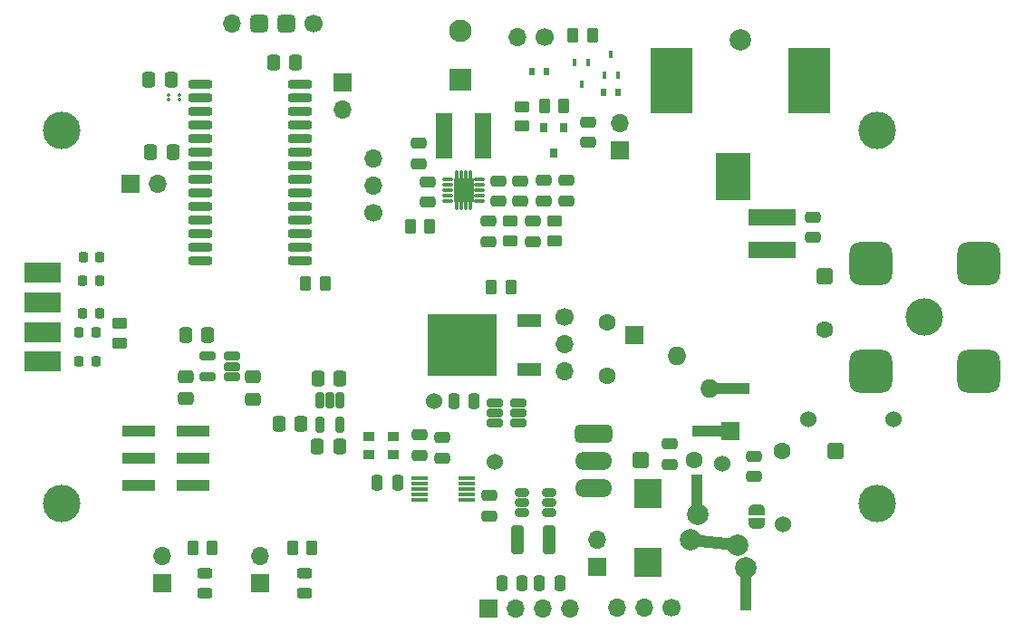
<source format=gbr>
%TF.GenerationSoftware,KiCad,Pcbnew,(6.0.4-0)*%
%TF.CreationDate,2023-06-22T08:09:36-04:00*%
%TF.ProjectId,SignalSlinger,5369676e-616c-4536-9c69-6e6765722e6b,rev?*%
%TF.SameCoordinates,Original*%
%TF.FileFunction,Soldermask,Top*%
%TF.FilePolarity,Negative*%
%FSLAX46Y46*%
G04 Gerber Fmt 4.6, Leading zero omitted, Abs format (unit mm)*
G04 Created by KiCad (PCBNEW (6.0.4-0)) date 2023-06-22 08:09:36*
%MOMM*%
%LPD*%
G01*
G04 APERTURE LIST*
G04 Aperture macros list*
%AMRoundRect*
0 Rectangle with rounded corners*
0 $1 Rounding radius*
0 $2 $3 $4 $5 $6 $7 $8 $9 X,Y pos of 4 corners*
0 Add a 4 corners polygon primitive as box body*
4,1,4,$2,$3,$4,$5,$6,$7,$8,$9,$2,$3,0*
0 Add four circle primitives for the rounded corners*
1,1,$1+$1,$2,$3*
1,1,$1+$1,$4,$5*
1,1,$1+$1,$6,$7*
1,1,$1+$1,$8,$9*
0 Add four rect primitives between the rounded corners*
20,1,$1+$1,$2,$3,$4,$5,0*
20,1,$1+$1,$4,$5,$6,$7,0*
20,1,$1+$1,$6,$7,$8,$9,0*
20,1,$1+$1,$8,$9,$2,$3,0*%
%AMRotRect*
0 Rectangle, with rotation*
0 The origin of the aperture is its center*
0 $1 length*
0 $2 width*
0 $3 Rotation angle, in degrees counterclockwise*
0 Add horizontal line*
21,1,$1,$2,0,0,$3*%
%AMFreePoly0*
4,1,22,0.500000,-0.750000,0.000000,-0.750000,0.000000,-0.745033,-0.079941,-0.743568,-0.215256,-0.701293,-0.333266,-0.622738,-0.424486,-0.514219,-0.481581,-0.384460,-0.499164,-0.250000,-0.500000,-0.250000,-0.500000,0.250000,-0.499164,0.250000,-0.499963,0.256109,-0.478152,0.396186,-0.417904,0.524511,-0.324060,0.630769,-0.204165,0.706417,-0.067858,0.745374,0.000000,0.744959,0.000000,0.750000,
0.500000,0.750000,0.500000,-0.750000,0.500000,-0.750000,$1*%
%AMFreePoly1*
4,1,20,0.000000,0.744959,0.073905,0.744508,0.209726,0.703889,0.328688,0.626782,0.421226,0.519385,0.479903,0.390333,0.500000,0.250000,0.500000,-0.250000,0.499851,-0.262216,0.476331,-0.402017,0.414519,-0.529596,0.319384,-0.634700,0.198574,-0.708877,0.061801,-0.746166,0.000000,-0.745033,0.000000,-0.750000,-0.500000,-0.750000,-0.500000,0.750000,0.000000,0.750000,0.000000,0.744959,
0.000000,0.744959,$1*%
G04 Aperture macros list end*
%ADD10R,1.727200X1.727200*%
%ADD11R,4.000000X1.000000*%
%ADD12O,1.727200X1.727200*%
%ADD13R,1.700000X1.700000*%
%ADD14O,1.700000X1.700000*%
%ADD15RoundRect,0.070000X-0.140000X-0.140000X0.140000X-0.140000X0.140000X0.140000X-0.140000X0.140000X0*%
%ADD16O,0.990000X0.420000*%
%ADD17C,0.720000*%
%ADD18RoundRect,0.060000X-0.115000X-0.300000X0.115000X-0.300000X0.115000X0.300000X-0.115000X0.300000X0*%
%ADD19RoundRect,0.060000X-0.325000X-0.450000X0.325000X-0.450000X0.325000X0.450000X-0.325000X0.450000X0*%
%ADD20RoundRect,0.060000X-0.125000X-0.350000X0.125000X-0.350000X0.125000X0.350000X-0.125000X0.350000X0*%
%ADD21RoundRect,0.060000X-0.850000X-1.075000X0.850000X-1.075000X0.850000X1.075000X-0.850000X1.075000X0*%
%ADD22FreePoly0,90.000000*%
%ADD23FreePoly1,90.000000*%
%ADD24C,1.700000*%
%ADD25RoundRect,0.218750X-0.218750X-0.256250X0.218750X-0.256250X0.218750X0.256250X-0.218750X0.256250X0*%
%ADD26RoundRect,0.250000X-0.262500X-0.450000X0.262500X-0.450000X0.262500X0.450000X-0.262500X0.450000X0*%
%ADD27RoundRect,0.250000X0.337500X0.475000X-0.337500X0.475000X-0.337500X-0.475000X0.337500X-0.475000X0*%
%ADD28RoundRect,0.250000X-0.150000X0.512500X-0.150000X-0.512500X0.150000X-0.512500X0.150000X0.512500X0*%
%ADD29RoundRect,0.243750X0.456250X-0.243750X0.456250X0.243750X-0.456250X0.243750X-0.456250X-0.243750X0*%
%ADD30RoundRect,0.250000X-0.475000X0.250000X-0.475000X-0.250000X0.475000X-0.250000X0.475000X0.250000X0*%
%ADD31RoundRect,0.250000X0.450000X-0.262500X0.450000X0.262500X-0.450000X0.262500X-0.450000X-0.262500X0*%
%ADD32R,1.500000X4.200000*%
%ADD33R,0.800000X0.900000*%
%ADD34RoundRect,0.218750X0.218750X0.256250X-0.218750X0.256250X-0.218750X-0.256250X0.218750X-0.256250X0*%
%ADD35R,3.150000X1.000000*%
%ADD36C,1.524000*%
%ADD37C,0.600000*%
%ADD38RoundRect,0.250000X0.475000X-0.250000X0.475000X0.250000X-0.475000X0.250000X-0.475000X-0.250000X0*%
%ADD39R,0.450000X0.700000*%
%ADD40RoundRect,0.250000X0.475000X-0.337500X0.475000X0.337500X-0.475000X0.337500X-0.475000X-0.337500X0*%
%ADD41C,2.000000*%
%ADD42R,3.300000X4.400000*%
%ADD43R,3.900000X6.200000*%
%ADD44RoundRect,0.250000X-0.450000X0.262500X-0.450000X-0.262500X0.450000X-0.262500X0.450000X0.262500X0*%
%ADD45RoundRect,0.250000X-0.337500X-0.475000X0.337500X-0.475000X0.337500X0.475000X-0.337500X0.475000X0*%
%ADD46C,3.500000*%
%ADD47RoundRect,0.250000X0.250000X0.475000X-0.250000X0.475000X-0.250000X-0.475000X0.250000X-0.475000X0*%
%ADD48C,0.350000*%
%ADD49R,0.600000X0.700000*%
%ADD50RoundRect,0.250000X-0.250000X-0.475000X0.250000X-0.475000X0.250000X0.475000X-0.250000X0.475000X0*%
%ADD51R,4.400000X1.500000*%
%ADD52R,1.000000X0.900000*%
%ADD53RoundRect,0.250000X-0.512500X-0.150000X0.512500X-0.150000X0.512500X0.150000X-0.512500X0.150000X0*%
%ADD54RoundRect,0.250000X0.875000X0.150000X-0.875000X0.150000X-0.875000X-0.150000X0.875000X-0.150000X0*%
%ADD55RoundRect,0.250000X0.262500X0.450000X-0.262500X0.450000X-0.262500X-0.450000X0.262500X-0.450000X0*%
%ADD56O,3.500120X1.699260*%
%ADD57RoundRect,0.424815X1.325245X0.424815X-1.325245X0.424815X-1.325245X-0.424815X1.325245X-0.424815X0*%
%ADD58RoundRect,0.250000X0.400000X0.150000X-0.400000X0.150000X-0.400000X-0.150000X0.400000X-0.150000X0*%
%ADD59RoundRect,0.060000X-0.700000X-0.150000X0.700000X-0.150000X0.700000X0.150000X-0.700000X0.150000X0*%
%ADD60RoundRect,1.000000X-1.000000X1.000000X-1.000000X-1.000000X1.000000X-1.000000X1.000000X1.000000X0*%
%ADD61R,2.550000X2.770000*%
%ADD62RoundRect,0.250000X0.325000X1.100000X-0.325000X1.100000X-0.325000X-1.100000X0.325000X-1.100000X0*%
%ADD63R,2.200000X1.200000*%
%ADD64R,6.400000X5.800000*%
%ADD65RoundRect,0.250000X0.512500X0.150000X-0.512500X0.150000X-0.512500X-0.150000X0.512500X-0.150000X0*%
%ADD66C,1.600000*%
%ADD67RoundRect,0.400000X0.400000X-0.400000X0.400000X0.400000X-0.400000X0.400000X-0.400000X-0.400000X0*%
%ADD68RoundRect,0.400000X-0.400000X-0.400000X0.400000X-0.400000X0.400000X0.400000X-0.400000X0.400000X0*%
%ADD69RoundRect,0.250001X0.799999X-0.799999X0.799999X0.799999X-0.799999X0.799999X-0.799999X-0.799999X0*%
%ADD70C,2.100000*%
%ADD71R,1.000000X4.000000*%
%ADD72RotRect,1.102000X4.850000X264.000000*%
%ADD73RoundRect,0.425000X0.425000X-0.425000X0.425000X0.425000X-0.425000X0.425000X-0.425000X-0.425000X0*%
%ADD74R,3.480000X1.846667*%
G04 APERTURE END LIST*
D10*
%TO.C,L301*%
X114344900Y-100086750D03*
D11*
X112690000Y-100094650D03*
X114180000Y-96064650D03*
D12*
X112401800Y-96060850D03*
%TD*%
D10*
%TO.C,L302*%
X105327900Y-91085100D03*
D12*
X109353800Y-93028200D03*
%TD*%
D13*
%TO.C,J104*%
X61270000Y-114320000D03*
D14*
X61270000Y-111780000D03*
%TD*%
D15*
%TO.C,U203*%
X87631000Y-76550000D03*
D16*
X87916000Y-76550000D03*
X87916000Y-77050000D03*
D15*
X87631000Y-77050000D03*
D16*
X87916000Y-77550000D03*
D15*
X87631000Y-77550000D03*
X87631000Y-78050000D03*
D16*
X87916000Y-78050000D03*
X87916000Y-78550000D03*
D15*
X87631000Y-78550000D03*
D16*
X90866000Y-78550000D03*
D15*
X91151000Y-78550000D03*
X91151000Y-78050000D03*
D16*
X90866000Y-78050000D03*
X90866000Y-77550000D03*
D15*
X91151000Y-77550000D03*
X91151000Y-77050000D03*
D16*
X90866000Y-77050000D03*
D15*
X91151000Y-76550000D03*
D16*
X90866000Y-76550000D03*
D17*
X88891000Y-77050000D03*
D18*
X89991000Y-76125000D03*
X89591000Y-78975000D03*
X89591000Y-76125000D03*
D17*
X88891000Y-78050000D03*
D19*
X89826000Y-76990000D03*
D20*
X89991000Y-76125000D03*
D19*
X88956000Y-76990000D03*
D20*
X89591000Y-78975000D03*
D17*
X89391000Y-77550000D03*
D18*
X89191000Y-76125000D03*
D19*
X88956000Y-78110000D03*
D20*
X89991000Y-78975000D03*
D18*
X89991000Y-78975000D03*
D19*
X89826000Y-78110000D03*
D18*
X88791000Y-76125000D03*
D20*
X89191000Y-78975000D03*
D17*
X89891000Y-78050000D03*
D21*
X89391000Y-77550000D03*
D17*
X89891000Y-77050000D03*
D20*
X88791000Y-76125000D03*
X89191000Y-76125000D03*
D18*
X88791000Y-78975000D03*
D20*
X88791000Y-78975000D03*
X89591000Y-76125000D03*
D18*
X89191000Y-78975000D03*
%TD*%
D22*
%TO.C,JP301*%
X116740000Y-108720000D03*
D23*
X116740000Y-107420000D03*
%TD*%
D24*
%TO.C,J302*%
X108820000Y-116600000D03*
D14*
X106280000Y-116600000D03*
X103740000Y-116600000D03*
%TD*%
D25*
%TO.C,D106*%
X53472500Y-93550000D03*
X55047500Y-93550000D03*
%TD*%
D26*
%TO.C,R104*%
X64080000Y-110970000D03*
X65905000Y-110970000D03*
%TD*%
D27*
%TO.C,C102*%
X73697500Y-65560000D03*
X71622500Y-65560000D03*
%TD*%
D13*
%TO.C,J102*%
X58240000Y-76965000D03*
D14*
X60780000Y-76965000D03*
%TD*%
D28*
%TO.C,U202*%
X77860000Y-97162500D03*
X76910000Y-97162500D03*
X75960000Y-97162500D03*
X75960000Y-99437500D03*
X77860000Y-99437500D03*
%TD*%
D29*
%TO.C,D103*%
X65185000Y-115237500D03*
X65185000Y-113362500D03*
%TD*%
D30*
%TO.C,C108*%
X91770000Y-106090000D03*
X91770000Y-107990000D03*
%TD*%
D31*
%TO.C,R202*%
X97920000Y-82272500D03*
X97920000Y-80447500D03*
%TD*%
D24*
%TO.C,J202*%
X80950000Y-79635000D03*
D14*
X80950000Y-77095000D03*
X80950000Y-74555000D03*
%TD*%
D32*
%TO.C,L202*%
X87590000Y-72430000D03*
X91190000Y-72430000D03*
%TD*%
D25*
%TO.C,D110*%
X53812500Y-89090000D03*
X55387500Y-89090000D03*
%TD*%
D33*
%TO.C,D201*%
X98750000Y-71670000D03*
X96850000Y-71670000D03*
X97800000Y-74070000D03*
%TD*%
D31*
%TO.C,R103*%
X94890000Y-71542500D03*
X94890000Y-69717500D03*
%TD*%
D34*
%TO.C,D109*%
X55407500Y-83840000D03*
X53832500Y-83840000D03*
%TD*%
D35*
%TO.C,P101*%
X59075000Y-100050000D03*
X64125000Y-100050000D03*
X59075000Y-102590000D03*
X64125000Y-102590000D03*
X59075000Y-105130000D03*
X64125000Y-105130000D03*
%TD*%
D24*
%TO.C,J101*%
X96930000Y-63270000D03*
D14*
X94390000Y-63270000D03*
%TD*%
D36*
%TO.C,W101*%
X92270000Y-102910000D03*
D37*
X92270000Y-102910000D03*
D36*
X86613146Y-97253146D03*
D37*
X86613146Y-97253146D03*
%TD*%
D38*
%TO.C,C301*%
X116550000Y-104330000D03*
X116550000Y-102430000D03*
%TD*%
%TO.C,C105*%
X85260000Y-102330000D03*
X85260000Y-100430000D03*
%TD*%
D27*
%TO.C,C101*%
X62057500Y-67220000D03*
X59982500Y-67220000D03*
%TD*%
D39*
%TO.C,Q102*%
X102540000Y-66810000D03*
X103840000Y-66810000D03*
X103190000Y-64810000D03*
%TD*%
D40*
%TO.C,C203*%
X69720000Y-97087500D03*
X69720000Y-95012500D03*
%TD*%
D41*
%TO.C,J201*%
X115280000Y-63460000D03*
D42*
X114580000Y-76260000D03*
D43*
X121730000Y-67260000D03*
X108830000Y-67260000D03*
%TD*%
D44*
%TO.C,R203*%
X93750000Y-80447500D03*
X93750000Y-82272500D03*
%TD*%
D45*
%TO.C,C210*%
X75722500Y-101490000D03*
X77797500Y-101490000D03*
%TD*%
D30*
%TO.C,C212*%
X92610000Y-76670000D03*
X92610000Y-78570000D03*
%TD*%
D13*
%TO.C,J103*%
X103955000Y-73790000D03*
D14*
X103955000Y-71250000D03*
%TD*%
D38*
%TO.C,C213*%
X94650000Y-78580000D03*
X94650000Y-76680000D03*
%TD*%
D46*
%TO.C,REF\u002A\u002A*%
X51855000Y-71950000D03*
%TD*%
D45*
%TO.C,C103*%
X60142500Y-74020000D03*
X62217500Y-74020000D03*
%TD*%
D44*
%TO.C,R106*%
X57260000Y-90007500D03*
X57260000Y-91832500D03*
%TD*%
D30*
%TO.C,C204*%
X122020000Y-80040000D03*
X122020000Y-81940000D03*
%TD*%
D36*
%TO.C,W302*%
X113540000Y-103130000D03*
D37*
X113540000Y-103130000D03*
X119196854Y-108786854D03*
D36*
X119196854Y-108786854D03*
%TD*%
D47*
%TO.C,C107*%
X83240000Y-104920000D03*
X81340000Y-104920000D03*
%TD*%
D30*
%TO.C,C211*%
X95840000Y-80440000D03*
X95840000Y-82340000D03*
%TD*%
D39*
%TO.C,Q101*%
X101060000Y-65640000D03*
X99760000Y-65640000D03*
X100410000Y-67640000D03*
%TD*%
D37*
%TO.C,W301*%
X121600000Y-98990000D03*
D36*
X121600000Y-98990000D03*
X129600000Y-98990000D03*
D37*
X129600000Y-98990000D03*
%TD*%
D29*
%TO.C,D104*%
X74525000Y-115237500D03*
X74525000Y-113362500D03*
%TD*%
D26*
%TO.C,R105*%
X73422500Y-110970000D03*
X75247500Y-110970000D03*
%TD*%
D46*
%TO.C,REF\u002A\u002A*%
X128055000Y-71950000D03*
%TD*%
D38*
%TO.C,C205*%
X86040000Y-78650000D03*
X86040000Y-76750000D03*
%TD*%
D48*
%TO.C,X101*%
X61870000Y-69070000D03*
X62870000Y-69070000D03*
X62870000Y-68650000D03*
X61870000Y-68650000D03*
%TD*%
D38*
%TO.C,C106*%
X87420000Y-102570000D03*
X87420000Y-100670000D03*
%TD*%
D47*
%TO.C,R107*%
X94850000Y-114270000D03*
X92950000Y-114270000D03*
%TD*%
D38*
%TO.C,C215*%
X99030000Y-78530000D03*
X99030000Y-76630000D03*
%TD*%
D27*
%TO.C,C202*%
X65477500Y-91090000D03*
X63402500Y-91090000D03*
%TD*%
D30*
%TO.C,C207*%
X85160000Y-73150000D03*
X85160000Y-75050000D03*
%TD*%
D27*
%TO.C,C209*%
X74227500Y-99390000D03*
X72152500Y-99390000D03*
%TD*%
D49*
%TO.C,D101*%
X103830000Y-68410000D03*
X102430000Y-68410000D03*
%TD*%
D26*
%TO.C,R205*%
X74627500Y-86230000D03*
X76452500Y-86230000D03*
%TD*%
D13*
%TO.C,J108*%
X101890000Y-112775000D03*
D14*
X101890000Y-110235000D03*
%TD*%
D13*
%TO.C,J105*%
X78055000Y-67490000D03*
D14*
X78055000Y-70030000D03*
%TD*%
D50*
%TO.C,C109*%
X88480000Y-97290000D03*
X90380000Y-97290000D03*
%TD*%
D40*
%TO.C,C201*%
X63440000Y-97037500D03*
X63440000Y-94962500D03*
%TD*%
D51*
%TO.C,L201*%
X118215000Y-80045000D03*
X118215000Y-83095000D03*
%TD*%
D52*
%TO.C,X102*%
X82850000Y-100580000D03*
X80550000Y-100580000D03*
X80550000Y-102280000D03*
X82850000Y-102280000D03*
%TD*%
D49*
%TO.C,D102*%
X97150000Y-66440000D03*
X95750000Y-66440000D03*
%TD*%
D53*
%TO.C,U103*%
X92270000Y-97400000D03*
X92270000Y-98350000D03*
X92270000Y-99300000D03*
X94545000Y-99300000D03*
X94545000Y-98350000D03*
X94545000Y-97400000D03*
%TD*%
D13*
%TO.C,J106*%
X70410000Y-114320000D03*
D14*
X70410000Y-111780000D03*
%TD*%
D54*
%TO.C,U101*%
X74070000Y-84115000D03*
X74070000Y-82845000D03*
X74070000Y-81575000D03*
X74070000Y-80305000D03*
X74070000Y-79035000D03*
X74070000Y-77765000D03*
X74070000Y-76495000D03*
X74070000Y-75225000D03*
X74070000Y-73955000D03*
X74070000Y-72685000D03*
X74070000Y-71415000D03*
X74070000Y-70145000D03*
X74070000Y-68875000D03*
X74070000Y-67605000D03*
X64770000Y-67605000D03*
X64770000Y-68875000D03*
X64770000Y-70145000D03*
X64770000Y-71415000D03*
X64770000Y-72685000D03*
X64770000Y-73955000D03*
X64770000Y-75225000D03*
X64770000Y-76495000D03*
X64770000Y-77765000D03*
X64770000Y-79035000D03*
X64770000Y-80305000D03*
X64770000Y-81575000D03*
X64770000Y-82845000D03*
X64770000Y-84115000D03*
%TD*%
D34*
%TO.C,D108*%
X55367500Y-86020000D03*
X53792500Y-86020000D03*
%TD*%
D55*
%TO.C,R201*%
X86222500Y-80950000D03*
X84397500Y-80950000D03*
%TD*%
D30*
%TO.C,C104*%
X101000000Y-71170000D03*
X101000000Y-73070000D03*
%TD*%
D47*
%TO.C,R108*%
X98380000Y-114270000D03*
X96480000Y-114270000D03*
%TD*%
D56*
%TO.C,Q103*%
X101500000Y-105420000D03*
X101500000Y-102880000D03*
D57*
X101500000Y-100340000D03*
%TD*%
D58*
%TO.C,U104*%
X97420000Y-107720000D03*
X97420000Y-106770000D03*
X97420000Y-105820000D03*
X94820000Y-105820000D03*
X94820000Y-106770000D03*
X94820000Y-107720000D03*
%TD*%
D55*
%TO.C,R204*%
X93812500Y-86630000D03*
X91987500Y-86630000D03*
%TD*%
D59*
%TO.C,U102*%
X85310000Y-104500000D03*
X85310000Y-105000000D03*
X85310000Y-105500000D03*
X85310000Y-106000000D03*
X85310000Y-106500000D03*
X89710000Y-106500000D03*
X89710000Y-106000000D03*
X89710000Y-105500000D03*
X89710000Y-105000000D03*
X89710000Y-104500000D03*
%TD*%
D46*
%TO.C,J301*%
X132475000Y-89412500D03*
D60*
X137500000Y-84387500D03*
X127450000Y-84387500D03*
X137500000Y-94437500D03*
X127450000Y-94437500D03*
%TD*%
D34*
%TO.C,D105*%
X55027500Y-90800000D03*
X53452500Y-90800000D03*
%TD*%
D61*
%TO.C,C111*%
X106640000Y-105910000D03*
X106640000Y-112370000D03*
%TD*%
D24*
%TO.C,J109*%
X98870000Y-89415000D03*
D14*
X98870000Y-91955000D03*
X98870000Y-94495000D03*
%TD*%
D62*
%TO.C,C110*%
X97375000Y-110230000D03*
X94425000Y-110230000D03*
%TD*%
D45*
%TO.C,C206*%
X75782500Y-95150000D03*
X77857500Y-95150000D03*
%TD*%
D30*
%TO.C,C208*%
X91700000Y-80430000D03*
X91700000Y-82330000D03*
%TD*%
D13*
%TO.C,TP101*%
X91750000Y-116680000D03*
D14*
X94290000Y-116680000D03*
X96830000Y-116680000D03*
X99370000Y-116680000D03*
%TD*%
D55*
%TO.C,R101*%
X101432500Y-63030000D03*
X99607500Y-63030000D03*
%TD*%
D38*
%TO.C,C214*%
X96880000Y-78520000D03*
X96880000Y-76620000D03*
%TD*%
D63*
%TO.C,D107*%
X95530000Y-94300000D03*
D64*
X89230000Y-92020000D03*
D63*
X95530000Y-89740000D03*
%TD*%
D46*
%TO.C,REF\u002A\u002A*%
X128055000Y-106875000D03*
%TD*%
%TO.C,REF\u002A\u002A*%
X51855000Y-106875000D03*
%TD*%
D26*
%TO.C,R102*%
X96937500Y-69680000D03*
X98762500Y-69680000D03*
%TD*%
D38*
%TO.C,C112*%
X108620000Y-103180000D03*
X108620000Y-101280000D03*
%TD*%
D65*
%TO.C,U201*%
X67727500Y-94960000D03*
X67727500Y-94010000D03*
X67727500Y-93060000D03*
X65452500Y-93060000D03*
X65452500Y-94960000D03*
%TD*%
D66*
%TO.C,C305*%
X123140000Y-90540000D03*
D67*
X123140000Y-85540000D03*
%TD*%
D68*
%TO.C,C303*%
X105960000Y-102740000D03*
D66*
X110960000Y-102740000D03*
%TD*%
%TO.C,C304*%
X102820000Y-94910000D03*
X102820000Y-89910000D03*
%TD*%
D69*
%TO.C,BT201*%
X89120000Y-67220000D03*
D70*
X89120000Y-62620000D03*
%TD*%
D66*
%TO.C,C302*%
X119160000Y-101950000D03*
D68*
X124160000Y-101950000D03*
%TD*%
D71*
%TO.C,L101*%
X111170000Y-106050000D03*
D41*
X111250000Y-107840000D03*
X114990000Y-110730000D03*
X110590000Y-110200000D03*
D72*
X112720000Y-110450000D03*
D71*
X115730000Y-114910000D03*
D41*
X115730000Y-112860000D03*
%TD*%
D24*
%TO.C,MOD201*%
X75377500Y-61990000D03*
D73*
X72837500Y-61990000D03*
X70297500Y-61990000D03*
D14*
X67757500Y-61990000D03*
%TD*%
D74*
%TO.C,J107*%
X50102500Y-85257500D03*
X50102500Y-88027500D03*
X50102500Y-90797500D03*
X50102500Y-93567500D03*
%TD*%
M02*

</source>
